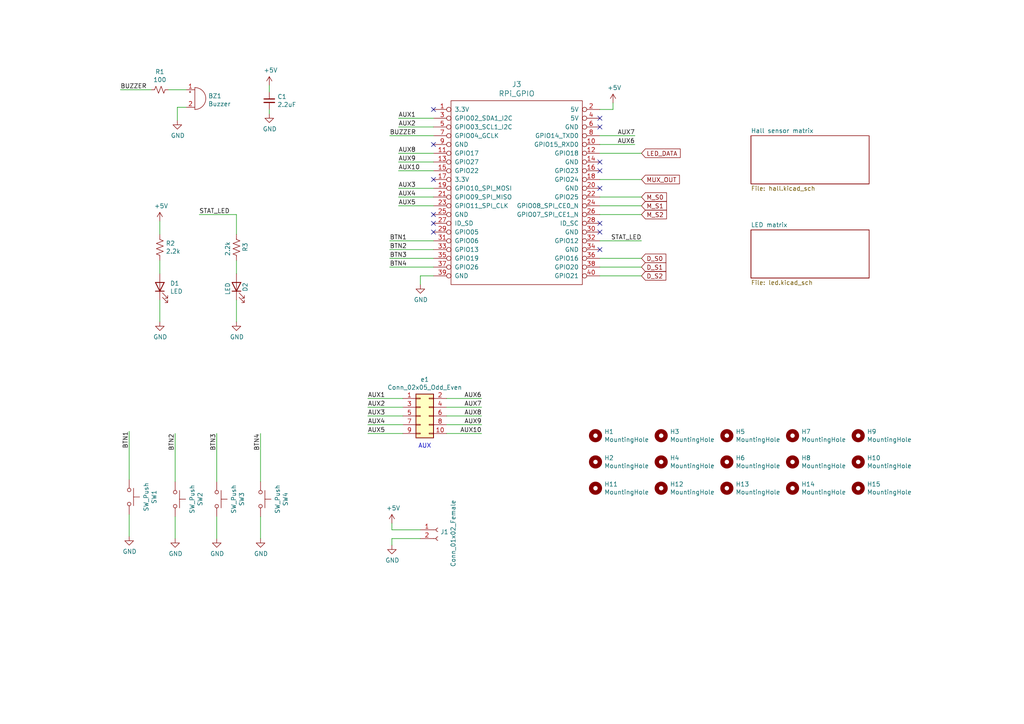
<source format=kicad_sch>
(kicad_sch (version 20231120) (generator "eeschema") (generator_version "8.0")
  (paper "A4")
  (title_block (title "Smart Chess Board") (date "2024-10-10"))
  (lib_symbols
    (symbol "Board:RPi_GPIO" (pin_names (offset 1.016))
      (property "Reference" "J" (at 19.05 6.35 0))
      (property "Value" "RPi_GPIO" (at 19.05 3.81 0))
      (symbol "RPi_GPIO_0_1"
        (rectangle (start 0 2.54) (end 38.1 -50.8))
      )
      (symbol "RPi_GPIO_1_1"
        (pin power_in inverted (at -5.08 0 0) (length 5.08) (name "3.3V") (number "1"))
        (pin bidirectional inverted (at 43.18 -10.16 180) (length 5.08) (name "GPIO15_RXD0") (number "10"))
        (pin bidirectional inverted (at -5.08 -12.7 0) (length 5.08) (name "GPIO17") (number "11"))
        (pin bidirectional inverted (at 43.18 -12.7 180) (length 5.08) (name "GPIO18") (number "12"))
        (pin bidirectional inverted (at -5.08 -15.24 0) (length 5.08) (name "GPIO27") (number "13"))
        (pin power_in inverted (at 43.18 -15.24 180) (length 5.08) (name "GND") (number "14"))
        (pin bidirectional inverted (at -5.08 -17.78 0) (length 5.08) (name "GPIO22") (number "15"))
        (pin bidirectional inverted (at 43.18 -17.78 180) (length 5.08) (name "GPIO23") (number "16"))
        (pin power_in inverted (at -5.08 -20.32 0) (length 5.08) (name "3.3V") (number "17"))
        (pin bidirectional inverted (at 43.18 -20.32 180) (length 5.08) (name "GPIO24") (number "18"))
        (pin bidirectional inverted (at -5.08 -22.86 0) (length 5.08) (name "GPIO10_SPI_MOSI") (number "19"))
        (pin power_in inverted (at 43.18 0 180) (length 5.08) (name "5V") (number "2"))
        (pin power_in inverted (at 43.18 -22.86 180) (length 5.08) (name "GND") (number "20"))
        (pin bidirectional inverted (at -5.08 -25.4 0) (length 5.08) (name "GPIO09_SPI_MISO") (number "21"))
        (pin bidirectional inverted (at 43.18 -25.4 180) (length 5.08) (name "GPIO25") (number "22"))
        (pin bidirectional inverted (at -5.08 -27.94 0) (length 5.08) (name "GPIO11_SPI_CLK") (number "23"))
        (pin bidirectional inverted (at 43.18 -27.94 180) (length 5.08) (name "GPIO08_SPI_CE0_N") (number "24"))
        (pin power_in inverted (at -5.08 -30.48 0) (length 5.08) (name "GND") (number "25"))
        (pin bidirectional inverted (at 43.18 -30.48 180) (length 5.08) (name "GPIO07_SPI_CE1_N") (number "26"))
        (pin bidirectional inverted (at -5.08 -33.02 0) (length 5.08) (name "ID_SD") (number "27"))
        (pin bidirectional inverted (at 43.18 -33.02 180) (length 5.08) (name "ID_SC") (number "28"))
        (pin bidirectional inverted (at -5.08 -35.56 0) (length 5.08) (name "GPIO05") (number "29"))
        (pin bidirectional inverted (at -5.08 -2.54 0) (length 5.08) (name "GPIO02_SDA1_I2C") (number "3"))
        (pin power_in inverted (at 43.18 -35.56 180) (length 5.08) (name "GND") (number "30"))
        (pin bidirectional inverted (at -5.08 -38.1 0) (length 5.08) (name "GPIO06") (number "31"))
        (pin bidirectional inverted (at 43.18 -38.1 180) (length 5.08) (name "GPIO12") (number "32"))
        (pin bidirectional inverted (at -5.08 -40.64 0) (length 5.08) (name "GPIO13") (number "33"))
        (pin power_in inverted (at 43.18 -40.64 180) (length 5.08) (name "GND") (number "34"))
        (pin bidirectional inverted (at -5.08 -43.18 0) (length 5.08) (name "GPIO19") (number "35"))
        (pin bidirectional inverted (at 43.18 -43.18 180) (length 5.08) (name "GPIO16") (number "36"))
        (pin bidirectional inverted (at -5.08 -45.72 0) (length 5.08) (name "GPIO26") (number "37"))
        (pin bidirectional inverted (at 43.18 -45.72 180) (length 5.08) (name "GPIO20") (number "38"))
        (pin power_in inverted (at -5.08 -48.26 0) (length 5.08) (name "GND") (number "39"))
        (pin power_in inverted (at 43.18 -2.54 180) (length 5.08) (name "5V") (number "4"))
        (pin bidirectional inverted (at 43.18 -48.26 180) (length 5.08) (name "GPIO21") (number "40"))
        (pin bidirectional inverted (at -5.08 -5.08 0) (length 5.08) (name "GPIO03_SCL1_I2C") (number "5"))
        (pin power_in inverted (at 43.18 -5.08 180) (length 5.08) (name "GND") (number "6"))
        (pin bidirectional inverted (at -5.08 -7.62 0) (length 5.08) (name "GPIO04_GCLK") (number "7"))
        (pin bidirectional inverted (at 43.18 -7.62 180) (length 5.08) (name "GPIO14_TXD0") (number "8"))
        (pin power_in inverted (at -5.08 -10.16 0) (length 5.08) (name "GND") (number "9"))
      )
    )
    (symbol "Connector_Generic:Conn_02x05_Odd_Even" (pin_names (offset 1.016) hide)
      (property "Reference" "J" (at 1.27 7.62 0))
      (property "Value" "Conn_02x05_Odd_Even" (at 1.27 -7.62 0))
      (symbol "Conn_02x05_Odd_Even_1_1"
        (rectangle (start -1.27 -4.953) (end 0 -5.207) (stroke (width 0.1524)))
        (rectangle (start -1.27 -2.413) (end 0 -2.667) (stroke (width 0.1524)))
        (rectangle (start -1.27 0.127) (end 0 -0.127) (stroke (width 0.1524)))
        (rectangle (start -1.27 2.667) (end 0 2.413) (stroke (width 0.1524)))
        (rectangle (start -1.27 5.207) (end 0 4.953) (stroke (width 0.1524)))
        (rectangle (start -1.27 6.35) (end 3.81 -6.35) (stroke (width 0.254)) (fill (type background)))
        (rectangle (start 3.81 -4.953) (end 2.54 -5.207) (stroke (width 0.1524)))
        (rectangle (start 3.81 -2.413) (end 2.54 -2.667) (stroke (width 0.1524)))
        (rectangle (start 3.81 0.127) (end 2.54 -0.127) (stroke (width 0.1524)))
        (rectangle (start 3.81 2.667) (end 2.54 2.413) (stroke (width 0.1524)))
        (rectangle (start 3.81 5.207) (end 2.54 4.953) (stroke (width 0.1524)))
        (pin passive line (at -5.08 5.08 0) (length 3.81) (name "Pin_1") (number "1"))
        (pin passive line (at 7.62 -5.08 180) (length 3.81) (name "Pin_10") (number "10"))
        (pin passive line (at 7.62 5.08 180) (length 3.81) (name "Pin_2") (number "2"))
        (pin passive line (at -5.08 2.54 0) (length 3.81) (name "Pin_3") (number "3"))
        (pin passive line (at 7.62 2.54 180) (length 3.81) (name "Pin_4") (number "4"))
        (pin passive line (at -5.08 0 0) (length 3.81) (name "Pin_5") (number "5"))
        (pin passive line (at 7.62 0 180) (length 3.81) (name "Pin_6") (number "6"))
        (pin passive line (at -5.08 -2.54 0) (length 3.81) (name "Pin_7") (number "7"))
        (pin passive line (at 7.62 -2.54 180) (length 3.81) (name "Pin_8") (number "8"))
        (pin passive line (at -5.08 -5.08 0) (length 3.81) (name "Pin_9") (number "9"))
      )
    )
    (symbol "Device:C_Small" (pin_numbers hide) (pin_names (offset 0.254) hide)
      (property "Reference" "C" (at 0.254 1.778 0))
      (property "Value" "C_Small" (at 0.254 -2.032 0))
      (symbol "C_Small_0_1"
        (polyline (pts (xy -1.524 -0.508) (xy 1.524 -0.508)) (stroke (width 0.3302)))
        (polyline (pts (xy -1.524 0.508) (xy 1.524 0.508)) (stroke (width 0.3048)))
      )
      (symbol "C_Small_1_1"
        (pin passive line (at 0 2.54 270) (length 2.032) (name "~") (number "1"))
        (pin passive line (at 0 -2.54 90) (length 2.032) (name "~") (number "2"))
      )
    )
    (symbol "Device:LED" (pin_numbers hide) (pin_names (offset 1.016) hide)
      (property "Reference" "D" (at 0 2.54 0))
      (property "Value" "LED" (at 0 -2.54 0))
      (symbol "LED_0_1"
        (polyline (pts (xy -1.27 -1.27) (xy -1.27 1.27)) (stroke (width 0.254)))
        (polyline (pts (xy -1.27 0) (xy 1.27 0)))
        (polyline (pts (xy 1.27 -1.27) (xy 1.27 1.27) (xy -1.27 0) (xy 1.27 -1.27)) (stroke (width 0.254)))
        (polyline (pts (xy -3.048 -0.762) (xy -4.572 -2.286) (xy -3.81 -2.286) (xy -4.572 -2.286) (xy -4.572 -1.524)))
        (polyline (pts (xy -1.778 -0.762) (xy -3.302 -2.286) (xy -2.54 -2.286) (xy -3.302 -2.286) (xy -3.302 -1.524)))
      )
      (symbol "LED_1_1"
        (pin passive line (at -3.81 0 0) (length 2.54) (name "K") (number "1"))
        (pin passive line (at 3.81 0 180) (length 2.54) (name "A") (number "2"))
      )
    )
    (symbol "Device:R_Small_US" (pin_numbers hide) (pin_names (offset 0.254) hide)
      (property "Reference" "R" (at 0.762 0.508 0))
      (property "Value" "R_Small_US" (at 0.762 -1.016 0))
      (symbol "R_Small_US_1_1"
        (polyline (pts (xy 0 0) (xy 1.016 -0.381) (xy 0 -0.762) (xy -1.016 -1.143) (xy 0 -1.524)))
        (polyline (pts (xy 0 1.524) (xy 1.016 1.143) (xy 0 0.762) (xy -1.016 0.381) (xy 0 0)))
        (pin passive line (at 0 2.54 270) (length 1.016) (name "~") (number "1"))
        (pin passive line (at 0 -2.54 90) (length 1.016) (name "~") (number "2"))
      )
    )
    (symbol "Device:R_US" (pin_numbers hide) (pin_names (offset 0))
      (property "Reference" "R" (at 2.54 0 90))
      (property "Value" "R_US" (at -2.54 0 90))
      (symbol "R_US_0_1"
        (polyline (pts (xy 0 -2.286) (xy 0 -2.54)))
        (polyline (pts (xy 0 2.286) (xy 0 2.54)))
        (polyline (pts (xy 0 -0.762) (xy 1.016 -1.143) (xy 0 -1.524) (xy -1.016 -1.905) (xy 0 -2.286)))
        (polyline (pts (xy 0 0.762) (xy 1.016 0.381) (xy 0 0) (xy -1.016 -0.381) (xy 0 -0.762)))
        (polyline (pts (xy 0 2.286) (xy 1.016 1.905) (xy 0 1.524) (xy -1.016 1.143) (xy 0 0.762)))
      )
      (symbol "R_US_1_1"
        (pin passive line (at 0 3.81 270) (length 1.27) (name "~") (number "1"))
        (pin passive line (at 0 -3.81 90) (length 1.27) (name "~") (number "2"))
      )
    )
    (symbol "Mechanical:MountingHole" (pin_names (offset 1.016)) (exclude_from_sim yes) (in_bom no)
      (property "Reference" "H" (at 0 5.08 0))
      (property "Value" "MountingHole" (at 0 3.175 0))
      (symbol "MountingHole_0_1"
        (circle (center 0 0) (radius 1.27) (stroke (width 1.27)))
      )
    )
    (symbol "Switch:SW_Push" (pin_numbers hide) (pin_names (offset 1.016) hide)
      (property "Reference" "SW" (at 1.27 2.54 0))
      (property "Value" "SW_Push" (at 0 -1.524 0))
      (symbol "SW_Push_0_1"
        (circle (center -2.032 0) (radius 0.508))
        (polyline (pts (xy 0 1.27) (xy 0 3.048)))
        (polyline (pts (xy 2.54 1.27) (xy -2.54 1.27)))
        (circle (center 2.032 0) (radius 0.508))
        (pin passive line (at -5.08 0 0) (length 2.54) (name "1") (number "1"))
        (pin passive line (at 5.08 0 180) (length 2.54) (name "2") (number "2"))
      )
    )
    (symbol "board-rescue:+5V-power" (power) (pin_names (offset 0))
      (property "Value" "power_+5V" (at 0 3.556 0))
      (symbol "+5V-power_0_1"
        (polyline (pts (xy -0.762 1.27) (xy 0 2.54)))
        (polyline (pts (xy 0 0) (xy 0 2.54)))
        (polyline (pts (xy 0 2.54) (xy 0.762 1.27)))
      )
      (symbol "+5V-power_1_1"
        (pin power_in line (at 0 0 90) (length 0) hide (name "+5V") (number "1"))
      )
    )
    (symbol "board-rescue:Buzzer-Device" (pin_names (offset 0.0254) hide)
      (property "Reference" "BZ" (at 3.81 1.27 0))
      (property "Value" "Device_Buzzer" (at 3.81 -1.27 0))
      (symbol "Buzzer-Device_0_1"
        (arc (start 0 -3.175) (mid 3.175 0) (end 0 3.175))
        (polyline (pts (xy -1.651 1.905) (xy -1.143 1.905)))
        (polyline (pts (xy -1.397 2.159) (xy -1.397 1.651)))
        (polyline (pts (xy 0 3.175) (xy 0 -3.175)))
      )
      (symbol "Buzzer-Device_1_1"
        (pin passive line (at -2.54 2.54 0) (length 2.54) (name "-") (number "1"))
        (pin passive line (at -2.54 -2.54 0) (length 2.54) (name "+") (number "2"))
      )
    )
    (symbol "board-rescue:Conn_01x02_Female-Connector" (pin_names (offset 1.016) hide)
      (property "Reference" "J" (at 0 2.54 0))
      (property "Value" "Connector_Conn_01x02_Female" (at 0 -5.08 0))
      (symbol "Conn_01x02_Female-Connector_1_1"
        (arc (start 0 -2.032) (mid -0.508 -2.54) (end 0 -3.048) (stroke (width 0.1524)))
        (polyline (pts (xy -1.27 -2.54) (xy -0.508 -2.54)) (stroke (width 0.1524)))
        (polyline (pts (xy -1.27 0) (xy -0.508 0)) (stroke (width 0.1524)))
        (arc (start 0 0.508) (mid -0.508 0) (end 0 -0.508) (stroke (width 0.1524)))
        (pin passive line (at -5.08 0 0) (length 3.81) (name "Pin_1") (number "1"))
        (pin passive line (at -5.08 -2.54 0) (length 3.81) (name "Pin_2") (number "2"))
      )
    )
    (symbol "board-rescue:GND-power" (power) (pin_names (offset 0))
      (property "Value" "power_GND" (at 0 -3.81 0))
      (symbol "GND-power_0_1"
        (polyline (pts (xy 0 0) (xy 0 -1.27) (xy 1.27 -1.27) (xy 0 -2.54) (xy -1.27 -1.27) (xy 0 -1.27)))
      )
      (symbol "GND-power_1_1"
        (pin power_in line (at 0 0 270) (length 0) hide (name "GND") (number "1"))
      )
    )
  )
  (no_connect (at 125.73 31.75))
  (no_connect (at 173.99 36.83))
  (no_connect (at 125.73 41.91))
  (no_connect (at 173.99 64.77))
  (no_connect (at 125.73 62.23))
  (no_connect (at 173.99 54.61))
  (no_connect (at 173.99 46.99))
  (no_connect (at 173.99 34.29))
  (no_connect (at 173.99 67.31))
  (no_connect (at 125.73 52.07))
  (no_connect (at 125.73 67.31))
  (no_connect (at 173.99 49.53))
  (no_connect (at 173.99 72.39))
  (no_connect (at 125.73 64.77))
  (wire (pts (xy 115.57 46.99) (xy 125.73 46.99)))
  (wire (pts (xy 125.73 54.61) (xy 115.57 54.61)))
  (wire (pts (xy 46.355 86.995) (xy 46.355 93.345)))
  (wire (pts (xy 173.99 77.47) (xy 186.055 77.47)))
  (wire (pts (xy 184.15 39.37) (xy 173.99 39.37)))
  (wire (pts (xy 78.105 31.75) (xy 78.105 33.02)))
  (wire (pts (xy 46.355 75.565) (xy 46.355 79.375)))
  (wire (pts (xy 115.57 49.53) (xy 125.73 49.53)))
  (wire (pts (xy 129.54 118.11) (xy 139.7 118.11)))
  (wire (pts (xy 125.73 34.29) (xy 115.57 34.29)))
  (wire (pts (xy 50.8 125.73) (xy 50.8 139.7)))
  (wire (pts (xy 37.465 149.225) (xy 37.465 155.575)))
  (wire (pts (xy 129.54 125.73) (xy 139.7 125.73)))
  (wire (pts (xy 173.99 59.69) (xy 186.055 59.69)))
  (wire (pts (xy 125.73 36.83) (xy 115.57 36.83)))
  (wire (pts (xy 173.99 62.23) (xy 186.055 62.23)))
  (wire (pts (xy 116.84 125.73) (xy 106.68 125.73)))
  (wire (pts (xy 116.84 118.11) (xy 106.68 118.11)))
  (wire (pts (xy 125.73 69.85) (xy 113.03 69.85)))
  (wire (pts (xy 173.99 57.15) (xy 186.055 57.15)))
  (wire (pts (xy 121.92 82.55) (xy 121.92 80.01)))
  (wire (pts (xy 121.92 80.01) (xy 125.73 80.01)))
  (wire (pts (xy 113.03 74.93) (xy 125.73 74.93)))
  (wire (pts (xy 125.73 39.37) (xy 113.03 39.37)))
  (wire (pts (xy 173.99 69.85) (xy 186.055 69.85)))
  (wire (pts (xy 68.58 67.945) (xy 68.58 62.23)))
  (wire (pts (xy 125.73 59.69) (xy 115.57 59.69)))
  (wire (pts (xy 173.99 52.07) (xy 186.055 52.07)))
  (wire (pts (xy 129.54 120.65) (xy 139.7 120.65)))
  (wire (pts (xy 125.73 57.15) (xy 115.57 57.15)))
  (wire (pts (xy 62.865 125.73) (xy 62.865 139.7)))
  (wire (pts (xy 51.435 34.925) (xy 51.435 31.115)))
  (wire (pts (xy 51.435 31.115) (xy 53.975 31.115)))
  (wire (pts (xy 78.105 24.765) (xy 78.105 26.67)))
  (wire (pts (xy 75.565 125.73) (xy 75.565 139.7)))
  (wire (pts (xy 46.355 64.135) (xy 46.355 67.945)))
  (wire (pts (xy 62.865 149.86) (xy 62.865 156.21)))
  (wire (pts (xy 113.665 153.67) (xy 113.665 151.765)))
  (wire (pts (xy 68.58 75.565) (xy 68.58 79.375)))
  (wire (pts (xy 173.99 80.01) (xy 186.055 80.01)))
  (wire (pts (xy 57.785 62.23) (xy 68.58 62.23)))
  (wire (pts (xy 173.99 74.93) (xy 186.055 74.93)))
  (wire (pts (xy 113.03 72.39) (xy 125.73 72.39)))
  (wire (pts (xy 121.92 153.67) (xy 113.665 153.67)))
  (wire (pts (xy 173.99 31.75) (xy 177.8 31.75)))
  (wire (pts (xy 116.84 115.57) (xy 106.68 115.57)))
  (wire (pts (xy 129.54 115.57) (xy 139.7 115.57)))
  (wire (pts (xy 184.15 41.91) (xy 173.99 41.91)))
  (wire (pts (xy 129.54 123.19) (xy 139.7 123.19)))
  (wire (pts (xy 34.925 26.035) (xy 43.815 26.035)))
  (wire (pts (xy 37.465 125.095) (xy 37.465 139.065)))
  (wire (pts (xy 115.57 44.45) (xy 125.73 44.45)))
  (wire (pts (xy 121.92 156.21) (xy 113.665 156.21)))
  (wire (pts (xy 113.03 77.47) (xy 125.73 77.47)))
  (wire (pts (xy 116.84 123.19) (xy 106.68 123.19)))
  (wire (pts (xy 177.8 31.75) (xy 177.8 29.845)))
  (wire (pts (xy 113.665 156.21) (xy 113.665 158.115)))
  (wire (pts (xy 48.895 26.035) (xy 53.975 26.035)))
  (wire (pts (xy 173.99 44.45) (xy 186.055 44.45)))
  (wire (pts (xy 75.565 149.86) (xy 75.565 156.21)))
  (wire (pts (xy 68.58 86.995) (xy 68.58 93.345)))
  (wire (pts (xy 106.68 120.65) (xy 116.84 120.65)))
  (wire (pts (xy 50.8 149.86) (xy 50.8 156.21)))
  (text "\n" (at 40.4622 128.27 90) (effects (font (size 2.9972 2.9972)) (justify right bottom)))
  (text "AUX" (at 121.285 130.175 0) (effects (font (size 1.27 1.27)) (justify left bottom)))
  (label "AUX7" (at 184.15 39.37 180))
  (label "BTN2" (at 113.03 72.39 0))
  (label "AUX10" (at 139.7 125.73 180))
  (label "BTN1" (at 113.03 69.85 0))
  (label "STAT_LED" (at 57.785 62.23 0))
  (label "AUX2" (at 106.68 118.11 0))
  (label "AUX3" (at 106.68 120.65 0))
  (label "BTN3" (at 113.03 74.93 0))
  (label "BUZZER" (at 113.03 39.37 0))
  (label "BTN4" (at 113.03 77.47 0))
  (label "AUX4" (at 106.68 123.19 0))
  (label "AUX4" (at 115.57 57.15 0))
  (label "AUX8" (at 115.57 44.45 0))
  (label "STAT_LED" (at 186.055 69.85 180))
  (label "BTN3" (at 62.865 125.73 270))
  (label "BTN4" (at 75.565 125.73 270))
  (label "AUX9" (at 139.7 123.19 180))
  (label "AUX1" (at 106.68 115.57 0))
  (label "BTN2" (at 50.8 125.73 270))
  (label "BTN1" (at 37.465 125.095 270))
  (label "AUX6" (at 139.7 115.57 180))
  (label "AUX7" (at 139.7 118.11 180))
  (label "AUX2" (at 115.57 36.83 0))
  (label "AUX1" (at 115.57 34.29 0))
  (label "AUX5" (at 115.57 59.69 0))
  (label "AUX3" (at 115.57 54.61 0))
  (label "AUX9" (at 115.57 46.99 0))
  (label "BUZZER" (at 34.925 26.035 0))
  (label "AUX5" (at 106.68 125.73 0))
  (label "AUX8" (at 139.7 120.65 180))
  (label "AUX6" (at 184.15 41.91 180))
  (label "AUX10" (at 115.57 49.53 0))
  (global_label "D_S2" (shape input) (at 186.055 80.01 0) (property "Intersheetrefs" "${INTERSHEET_REFS}" (effects (hide yes))))
  (global_label "M_S1" (shape input) (at 186.055 59.69 0) (property "Intersheetrefs" "${INTERSHEET_REFS}" (effects (hide yes))))
  (global_label "D_S0" (shape input) (at 186.055 74.93 0) (property "Intersheetrefs" "${INTERSHEET_REFS}" (effects (hide yes))))
  (global_label "LED_DATA" (shape input) (at 186.055 44.45 0) (property "Intersheetrefs" "${INTERSHEET_REFS}" (effects (hide yes))))
  (global_label "M_S2" (shape input) (at 186.055 62.23 0) (property "Intersheetrefs" "${INTERSHEET_REFS}" (effects (hide yes))))
  (global_label "D_S1" (shape input) (at 186.055 77.47 0) (property "Intersheetrefs" "${INTERSHEET_REFS}" (effects (hide yes))))
  (global_label "M_S0" (shape input) (at 186.055 57.15 0) (property "Intersheetrefs" "${INTERSHEET_REFS}" (effects (hide yes))))
  (global_label "MUX_OUT" (shape input) (at 186.055 52.07 0) (property "Intersheetrefs" "${INTERSHEET_REFS}" (effects (hide yes))))
  (symbol (lib_id "board-rescue:+5V-power") (at 78.105 24.765 0) (unit 1)
    (property "Reference" "#PWR08" (effects (hide yes)))
    (property "Value" "+5V" (at 78.486 20.3708 0))
  )
  (symbol (lib_id "Device:LED") (at 46.355 83.185 90) (unit 1)
    (property "Reference" "D1" (at 49.3268 82.1944 90) (effects (justify right)))
    (property "Value" "LED" (at 49.3268 84.5058 90) (effects (justify right)))
    (property "Footprint" "LED_THT:LED_D5.0mm" (effects (hide yes)))
  )
  (symbol (lib_id "Device:R_US") (at 46.355 71.755 0) (unit 1)
    (property "Reference" "R2" (at 48.0822 70.5866 0) (effects (justify left)))
    (property "Value" "2.2k" (at 48.0822 72.898 0) (effects (justify left)))
    (property "Footprint" "Resistor_THT:R_Axial_DIN0207_L6.3mm_D2.5mm_P10.16mm_Horizontal" (effects (hide yes)))
  )
  (symbol (lib_id "board-rescue:GND-power") (at 46.355 93.345 0) (unit 1)
    (property "Reference" "#PWR03" (effects (hide yes)))
    (property "Value" "GND" (at 46.482 97.7392 0))
  )
  (symbol (lib_id "board-rescue:+5V-power") (at 46.355 64.135 0) (unit 1)
    (property "Reference" "#PWR02" (effects (hide yes)))
    (property "Value" "+5V" (at 46.736 59.7408 0))
  )
  (symbol (lib_id "Switch:SW_Push") (at 37.465 144.145 270) (unit 1)
    (property "Reference" "SW1" (at 44.704 144.145 0))
    (property "Value" "SW_Push" (at 42.3926 144.145 0))
    (property "Footprint" "Button_Switch_THT:SW_PUSH_6mm_H5mm" (effects (hide yes)))
  )
  (symbol (lib_id "board-rescue:GND-power") (at 37.465 155.575 0) (unit 1)
    (property "Reference" "#PWR01" (effects (hide yes)))
    (property "Value" "GND" (at 37.592 159.9692 0))
  )
  (symbol (lib_id "Device:C_Small") (at 78.105 29.21 0) (unit 1)
    (property "Reference" "C1" (at 80.4418 28.0416 0) (effects (justify left)))
    (property "Value" "2.2uF" (at 80.4418 30.353 0) (effects (justify left)))
    (property "Footprint" "Capacitor_SMD:C_0805_2012Metric_Pad1.18x1.45mm_HandSolder" (effects (hide yes)))
  )
  (symbol (lib_id "board-rescue:GND-power") (at 78.105 33.02 0) (unit 1)
    (property "Reference" "#PWR09" (effects (hide yes)))
    (property "Value" "GND" (at 78.232 37.4142 0))
  )
  (symbol (lib_id "Device:R_US") (at 68.58 71.755 0) (unit 1)
    (property "Reference" "R3" (at 71.12 73.025 90) (effects (justify left)))
    (property "Value" "2.2k" (at 66.04 74.295 90) (effects (justify left)))
    (property "Footprint" "Resistor_THT:R_Axial_DIN0207_L6.3mm_D2.5mm_P10.16mm_Horizontal" (effects (hide yes)))
  )
  (symbol (lib_id "board-rescue:GND-power") (at 68.58 93.345 0) (unit 1)
    (property "Reference" "#PWR07" (effects (hide yes)))
    (property "Value" "GND" (at 68.707 97.7392 0))
  )
  (symbol (lib_id "Device:LED") (at 68.58 83.185 90) (unit 1)
    (property "Reference" "D2" (at 71.12 81.915 0) (effects (justify right)))
    (property "Value" "LED" (at 66.04 81.915 0) (effects (justify right)))
    (property "Footprint" "LED_THT:LED_D5.0mm" (effects (hide yes)))
  )
  (symbol (lib_id "board-rescue:Buzzer-Device") (at 56.515 28.575 0) (unit 1)
    (property "Reference" "BZ1" (at 60.3758 27.8384 0) (effects (justify left)))
    (property "Value" "Buzzer" (at 60.3758 30.1498 0) (effects (justify left)))
    (property "Footprint" "Buzzer_Beeper:MagneticBuzzer_ProSignal_ABT-410-RC" (effects (hide yes)))
  )
  (symbol (lib_id "board-rescue:GND-power") (at 51.435 34.925 0) (unit 1)
    (property "Reference" "#PWR04" (effects (hide yes)))
    (property "Value" "GND" (at 51.562 39.3192 0))
  )
  (symbol (lib_id "Device:R_Small_US") (at 46.355 26.035 270) (unit 1)
    (property "Reference" "R1" (at 46.355 20.828 90))
    (property "Value" "100" (at 46.355 23.1394 90))
    (property "Footprint" "Resistor_THT:R_Axial_DIN0207_L6.3mm_D2.5mm_P10.16mm_Horizontal" (effects (hide yes)))
  )
  (symbol (lib_id "Switch:SW_Push") (at 62.865 144.78 270) (unit 1)
    (property "Reference" "SW3" (at 70.104 144.78 0))
    (property "Value" "SW_Push" (at 67.7926 144.78 0))
    (property "Footprint" "Button_Switch_THT:SW_PUSH_6mm_H5mm" (effects (hide yes)))
  )
  (symbol (lib_id "board-rescue:GND-power") (at 62.865 156.21 0) (unit 1)
    (property "Reference" "#PWR06" (effects (hide yes)))
    (property "Value" "GND" (at 62.992 160.6042 0))
  )
  (symbol (lib_id "Mechanical:MountingHole") (at 172.72 126.365 0) (unit 1)
    (property "Reference" "H1" (at 175.26 125.1966 0) (effects (justify left)))
    (property "Value" "MountingHole" (at 175.26 127.508 0) (effects (justify left)))
    (property "Footprint" "MountingHole:MountingHole_2.2mm_M2" (effects (hide yes)))
  )
  (symbol (lib_id "Mechanical:MountingHole") (at 172.72 133.985 0) (unit 1)
    (property "Reference" "H2" (at 175.26 132.8166 0) (effects (justify left)))
    (property "Value" "MountingHole" (at 175.26 135.128 0) (effects (justify left)))
    (property "Footprint" "MountingHole:MountingHole_2.2mm_M2" (effects (hide yes)))
  )
  (symbol (lib_id "Mechanical:MountingHole") (at 191.77 126.365 0) (unit 1)
    (property "Reference" "H3" (at 194.31 125.1966 0) (effects (justify left)))
    (property "Value" "MountingHole" (at 194.31 127.508 0) (effects (justify left)))
    (property "Footprint" "MountingHole:MountingHole_2.2mm_M2" (effects (hide yes)))
  )
  (symbol (lib_id "Mechanical:MountingHole") (at 191.77 133.985 0) (unit 1)
    (property "Reference" "H4" (at 194.31 132.8166 0) (effects (justify left)))
    (property "Value" "MountingHole" (at 194.31 135.128 0) (effects (justify left)))
    (property "Footprint" "MountingHole:MountingHole_2.2mm_M2" (effects (hide yes)))
  )
  (symbol (lib_id "Mechanical:MountingHole") (at 210.82 126.365 0) (unit 1)
    (property "Reference" "H5" (at 213.36 125.1966 0) (effects (justify left)))
    (property "Value" "MountingHole" (at 213.36 127.508 0) (effects (justify left)))
    (property "Footprint" "MountingHole:MountingHole_2.2mm_M2" (effects (hide yes)))
  )
  (symbol (lib_id "Mechanical:MountingHole") (at 210.82 133.985 0) (unit 1)
    (property "Reference" "H6" (at 213.36 132.8166 0) (effects (justify left)))
    (property "Value" "MountingHole" (at 213.36 135.128 0) (effects (justify left)))
    (property "Footprint" "MountingHole:MountingHole_2.2mm_M2" (effects (hide yes)))
  )
  (symbol (lib_id "Board:RPi_GPIO") (at 130.81 31.75 0) (unit 1)
    (property "Reference" "J3" (at 149.86 24.4602 0) (effects (font (size 1.524 1.524))))
    (property "Value" "RPi_GPIO" (at 149.86 27.1526 0) (effects (font (size 1.524 1.524))))
    (property "Footprint" "Board:raspberry_pi_socket" (effects (hide yes)))
  )
  (symbol (lib_id "board-rescue:GND-power") (at 121.92 82.55 0) (unit 1)
    (property "Reference" "#PWR011" (effects (hide yes)))
    (property "Value" "GND" (at 122.047 86.9442 0))
  )
  (symbol (lib_id "board-rescue:+5V-power") (at 177.8 29.845 0) (unit 1)
    (property "Reference" "#PWR013" (effects (hide yes)))
    (property "Value" "+5V" (at 178.181 25.4508 0))
  )
  (symbol (lib_id "board-rescue:GND-power") (at 50.8 156.21 0) (unit 1)
    (property "Reference" "#PWR05" (effects (hide yes)))
    (property "Value" "GND" (at 50.927 160.6042 0))
  )
  (symbol (lib_id "Switch:SW_Push") (at 50.8 144.78 270) (unit 1)
    (property "Reference" "SW2" (at 58.039 144.78 0))
    (property "Value" "SW_Push" (at 55.7276 144.78 0))
    (property "Footprint" "Button_Switch_THT:SW_PUSH_6mm_H5mm" (effects (hide yes)))
  )
  (symbol (lib_id "board-rescue:GND-power") (at 75.565 156.21 0) (unit 1)
    (property "Reference" "#PWR0276" (effects (hide yes)))
    (property "Value" "GND" (at 75.692 160.6042 0))
  )
  (symbol (lib_id "Switch:SW_Push") (at 75.565 144.78 270) (unit 1)
    (property "Reference" "SW4" (at 82.804 144.78 0))
    (property "Value" "SW_Push" (at 80.4926 144.78 0))
    (property "Footprint" "Button_Switch_THT:SW_PUSH_6mm_H5mm" (effects (hide yes)))
  )
  (symbol (lib_id "Connector_Generic:Conn_02x05_Odd_Even") (at 121.92 120.65 0) (unit 1)
    (property "Reference" "e1" (at 123.19 110.0582 0))
    (property "Value" "Conn_02x05_Odd_Even" (at 123.19 112.3696 0))
    (property "Footprint" "Connector_PinSocket_2.54mm:PinSocket_2x05_P2.54mm_Vertical" (effects (hide yes)))
  )
  (symbol (lib_id "Mechanical:MountingHole") (at 229.87 126.365 0) (unit 1)
    (property "Reference" "H7" (at 232.41 125.1966 0) (effects (justify left)))
    (property "Value" "MountingHole" (at 232.41 127.508 0) (effects (justify left)))
    (property "Footprint" "MountingHole:MountingHole_2.2mm_M2" (effects (hide yes)))
  )
  (symbol (lib_id "Mechanical:MountingHole") (at 229.87 133.985 0) (unit 1)
    (property "Reference" "H8" (at 232.41 132.8166 0) (effects (justify left)))
    (property "Value" "MountingHole" (at 232.41 135.128 0) (effects (justify left)))
    (property "Footprint" "MountingHole:MountingHole_2.2mm_M2" (effects (hide yes)))
  )
  (symbol (lib_id "Mechanical:MountingHole") (at 248.92 126.365 0) (unit 1)
    (property "Reference" "H9" (at 251.46 125.1966 0) (effects (justify left)))
    (property "Value" "MountingHole" (at 251.46 127.508 0) (effects (justify left)))
    (property "Footprint" "MountingHole:MountingHole_2.2mm_M2" (effects (hide yes)))
  )
  (symbol (lib_id "Mechanical:MountingHole") (at 248.92 133.985 0) (unit 1)
    (property "Reference" "H10" (at 251.46 132.8166 0) (effects (justify left)))
    (property "Value" "MountingHole" (at 251.46 135.128 0) (effects (justify left)))
    (property "Footprint" "MountingHole:MountingHole_2.2mm_M2" (effects (hide yes)))
  )
  (symbol (lib_id "board-rescue:GND-power") (at 113.665 158.115 0) (unit 1)
    (property "Reference" "#PWR012" (effects (hide yes)))
    (property "Value" "GND" (at 113.792 162.5092 0))
  )
  (symbol (lib_id "board-rescue:+5V-power") (at 113.665 151.765 0) (unit 1)
    (property "Reference" "#PWR010" (effects (hide yes)))
    (property "Value" "+5V" (at 114.046 147.3708 0))
  )
  (symbol (lib_id "Mechanical:MountingHole") (at 172.72 141.605 0) (unit 1)
    (property "Reference" "H11" (at 175.26 140.4366 0) (effects (justify left)))
    (property "Value" "MountingHole" (at 175.26 142.748 0) (effects (justify left)))
    (property "Footprint" "MountingHole:MountingHole_2.2mm_M2" (effects (hide yes)))
  )
  (symbol (lib_id "Mechanical:MountingHole") (at 191.77 141.605 0) (unit 1)
    (property "Reference" "H12" (at 194.31 140.4366 0) (effects (justify left)))
    (property "Value" "MountingHole" (at 194.31 142.748 0) (effects (justify left)))
    (property "Footprint" "MountingHole:MountingHole_2.2mm_M2" (effects (hide yes)))
  )
  (symbol (lib_id "Mechanical:MountingHole") (at 210.82 141.605 0) (unit 1)
    (property "Reference" "H13" (at 213.36 140.4366 0) (effects (justify left)))
    (property "Value" "MountingHole" (at 213.36 142.748 0) (effects (justify left)))
    (property "Footprint" "MountingHole:MountingHole_2.2mm_M2" (effects (hide yes)))
  )
  (symbol (lib_id "Mechanical:MountingHole") (at 229.87 141.605 0) (unit 1)
    (property "Reference" "H14" (at 232.41 140.4366 0) (effects (justify left)))
    (property "Value" "MountingHole" (at 232.41 142.748 0) (effects (justify left)))
    (property "Footprint" "MountingHole:MountingHole_2.2mm_M2" (effects (hide yes)))
  )
  (symbol (lib_id "Mechanical:MountingHole") (at 248.92 141.605 0) (unit 1)
    (property "Reference" "H15" (at 251.46 140.4366 0) (effects (justify left)))
    (property "Value" "MountingHole" (at 251.46 142.748 0) (effects (justify left)))
    (property "Footprint" "MountingHole:MountingHole_2.2mm_M2" (effects (hide yes)))
  )
  (symbol (lib_id "board-rescue:Conn_01x02_Female-Connector") (at 127 153.67 0) (unit 1)
    (property "Reference" "J1" (at 127.7112 154.2796 0) (effects (justify left)))
    (property "Value" "Conn_01x02_Female" (at 131.445 164.465 90) (effects (justify left)))
    (property "Footprint" "Connector_JST:JST_XH_B2B-XH-A_1x02_P2.50mm_Vertical" (effects (hide yes)))
  )
  (sheet (at 217.805 66.675) (size 34.29 13.97)
    (property "Sheetname" "LED matrix" (at 217.805 65.9634 0) (effects (justify left bottom)))
    (property "Sheetfile" "led.kicad_sch" (at 217.805 81.2296 0) (effects (justify left top)))
  )
  (sheet (at 217.805 39.37) (size 34.29 13.97)
    (property "Sheetname" "Hall sensor matrix" (at 217.805 38.6584 0) (effects (justify left bottom)))
    (property "Sheetfile" "hall.kicad_sch" (at 217.805 53.9246 0) (effects (justify left top)))
  )
)
</source>
